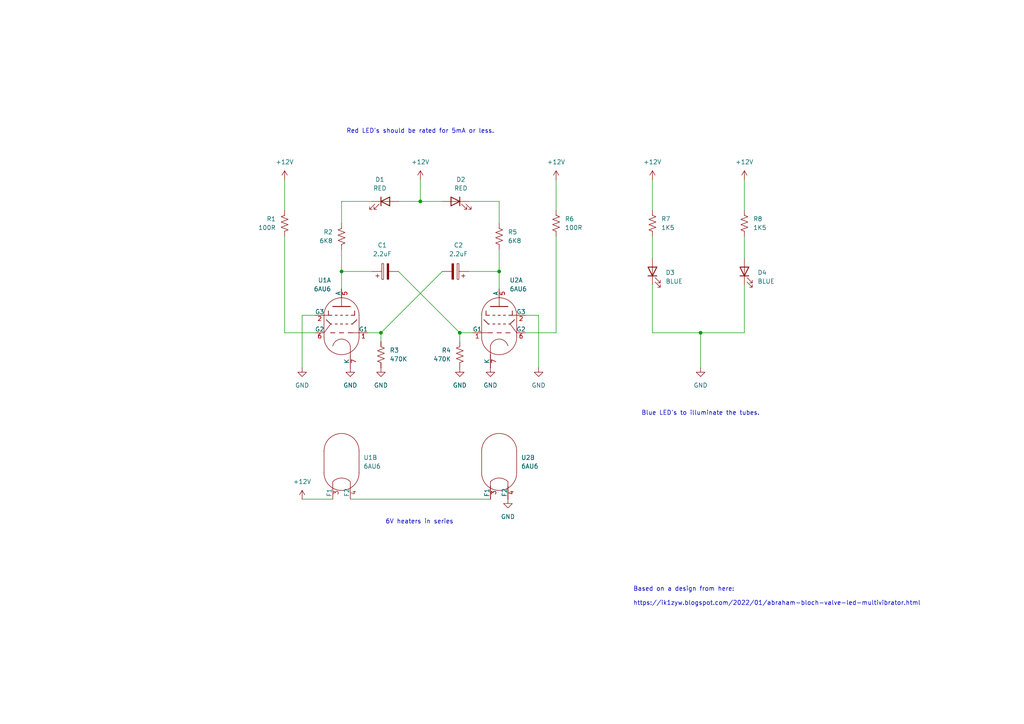
<source format=kicad_sch>
(kicad_sch (version 20231120) (generator "eeschema") (generator_version "8.0")
  (paper "A4")
  (title_block (title "Blinky Using Two 6AU6 Pentodes") (date "2025-04-27") (rev "1") (company "Rhys Weatherley"))
  (lib_symbols
    (symbol "Device:C_Polarized" (pin_numbers hide) (pin_names (offset 0.254))
      (property "Reference" "C" (at 0.635 2.54 0))
      (property "Value" "C_Polarized" (at 0.635 -2.54 0))
      (symbol "C_Polarized_0_1"
        (rectangle (start -2.286 0.508) (end 2.286 1.016))
        (polyline (pts (xy -1.778 2.286) (xy -0.762 2.286)))
        (polyline (pts (xy -1.27 2.794) (xy -1.27 1.778)))
        (rectangle (start 2.286 -0.508) (end -2.286 -1.016) (fill (type outline)))
      )
      (symbol "C_Polarized_1_1"
        (pin passive line (at 0 3.81 270) (length 2.794) (name "~") (number "1"))
        (pin passive line (at 0 -3.81 90) (length 2.794) (name "~") (number "2"))
      )
    )
    (symbol "Device:LED" (pin_numbers hide) (pin_names (offset 1.016) hide)
      (property "Reference" "D" (at 0 2.54 0))
      (property "Value" "LED" (at 0 -2.54 0))
      (symbol "LED_0_1"
        (polyline (pts (xy -1.27 -1.27) (xy -1.27 1.27)) (stroke (width 0.254)))
        (polyline (pts (xy -1.27 0) (xy 1.27 0)))
        (polyline (pts (xy 1.27 -1.27) (xy 1.27 1.27) (xy -1.27 0) (xy 1.27 -1.27)) (stroke (width 0.254)))
        (polyline (pts (xy -3.048 -0.762) (xy -4.572 -2.286) (xy -3.81 -2.286) (xy -4.572 -2.286) (xy -4.572 -1.524)))
        (polyline (pts (xy -1.778 -0.762) (xy -3.302 -2.286) (xy -2.54 -2.286) (xy -3.302 -2.286) (xy -3.302 -1.524)))
      )
      (symbol "LED_1_1"
        (pin passive line (at -3.81 0 0) (length 2.54) (name "K") (number "1"))
        (pin passive line (at 3.81 0 180) (length 2.54) (name "A") (number "2"))
      )
    )
    (symbol "Device:R_US" (pin_numbers hide) (pin_names (offset 0))
      (property "Reference" "R" (at 2.54 0 90))
      (property "Value" "R_US" (at -2.54 0 90))
      (symbol "R_US_0_1"
        (polyline (pts (xy 0 -2.286) (xy 0 -2.54)))
        (polyline (pts (xy 0 2.286) (xy 0 2.54)))
        (polyline (pts (xy 0 -0.762) (xy 1.016 -1.143) (xy 0 -1.524) (xy -1.016 -1.905) (xy 0 -2.286)))
        (polyline (pts (xy 0 0.762) (xy 1.016 0.381) (xy 0 0) (xy -1.016 -0.381) (xy 0 -0.762)))
        (polyline (pts (xy 0 2.286) (xy 1.016 1.905) (xy 0 1.524) (xy -1.016 1.143) (xy 0 0.762)))
      )
      (symbol "R_US_1_1"
        (pin passive line (at 0 3.81 270) (length 1.27) (name "~") (number "1"))
        (pin passive line (at 0 -3.81 90) (length 1.27) (name "~") (number "2"))
      )
    )
    (symbol "Valves:6AU6" (pin_names (offset 0))
      (property "Reference" "U" (at 5.08 8.89 0))
      (property "Value" "6AU6" (at 6.35 -7.62 0))
      (symbol "6AU6_0_1"
        (arc (start -5.08 -2.54) (mid 0 -7.5979) (end 5.08 -2.54))
        (polyline (pts (xy -5.08 3.81) (xy -5.08 -2.54) (xy -5.08 -2.54)))
        (polyline (pts (xy 5.08 3.81) (xy 5.08 -2.54) (xy 5.08 -2.54)))
        (arc (start 5.08 3.81) (mid 0 8.8679) (end -5.08 3.81))
      )
      (symbol "6AU6_1_0"
        (polyline (pts (xy -2.54 -5.08) (xy -2.54 -7.62)))
      )
      (symbol "6AU6_1_1"
        (polyline (pts (xy -5.08 -1.27) (xy -3.175 -1.27)))
        (polyline (pts (xy -4.445 2.54) (xy -3.175 1.27)) (stroke (width 0.2032)))
        (polyline (pts (xy -3.81 3.81) (xy -2.794 3.81)) (stroke (width 0.2032)))
        (polyline (pts (xy -3.81 5.08) (xy -3.81 3.81)) (stroke (width 0.2032)))
        (polyline (pts (xy -3.175 1.27) (xy -2.794 1.27)) (stroke (width 0.2032)))
        (polyline (pts (xy -1.905 -1.27) (xy -3.175 -1.27)) (stroke (width 0.2032)))
        (polyline (pts (xy -1.8542 1.27) (xy -1.2192 1.27)) (stroke (width 0.2032)))
        (polyline (pts (xy -1.8542 3.81) (xy -1.2192 3.81)) (stroke (width 0.2032)))
        (polyline (pts (xy -0.635 -1.27) (xy 0.635 -1.27)) (stroke (width 0.2032)))
        (polyline (pts (xy -0.3302 1.27) (xy 0.3302 1.27)) (stroke (width 0.2032)))
        (polyline (pts (xy -0.3302 3.81) (xy 0.3302 3.81)) (stroke (width 0.2032)))
        (polyline (pts (xy 0 6.35) (xy 0 8.89)))
        (polyline (pts (xy 1.2192 1.27) (xy 1.8542 1.27)) (stroke (width 0.2032)))
        (polyline (pts (xy 1.2192 3.81) (xy 1.8542 3.81)) (stroke (width 0.2032)))
        (polyline (pts (xy 1.905 -1.27) (xy 3.175 -1.27)) (stroke (width 0.2032)))
        (polyline (pts (xy 2.794 1.27) (xy 3.175 1.27)) (stroke (width 0.2032)))
        (polyline (pts (xy 3.175 1.27) (xy 5.08 -1.27)))
        (polyline (pts (xy 3.81 3.81) (xy 2.794 3.81)) (stroke (width 0.2032)))
        (polyline (pts (xy 3.81 5.08) (xy 3.81 3.81)) (stroke (width 0.2032)))
        (polyline (pts (xy 3.8862 3.81) (xy 5.08 3.81)))
        (polyline (pts (xy 4.445 2.54) (xy 3.175 1.27)) (stroke (width 0.2032)))
        (polyline (pts (xy -2.54 6.35) (xy 2.54 6.35) (xy 2.54 6.35) (xy 2.54 6.35)) (stroke (width 0.254)))
        (arc (start 2.54 -5.08) (mid 0 -3.0968) (end -2.54 -5.08))
        (pin input line (at -7.62 -1.27 0) (length 2.54) (name "G1") (number "1"))
        (pin input line (at 7.62 3.81 180) (length 2.54) (name "G3") (number "2"))
        (pin output line (at 0 11.43 270) (length 2.54) (name "A") (number "5"))
        (pin input line (at 7.62 -1.27 180) (length 2.54) (name "G2") (number "6"))
        (pin power_in line (at -2.54 -11.43 90) (length 3.81) (name "K") (number "7"))
      )
      (symbol "6AU6_2_1"
        (polyline (pts (xy -2.54 -6.35) (xy -2.54 -5.08) (xy -2.54 -5.08)))
        (polyline (pts (xy 2.54 -6.35) (xy 2.54 -5.08) (xy 2.54 -5.08)))
        (arc (start 2.54 -5.08) (mid 0 -4.0279) (end -2.54 -5.08))
        (pin power_in line (at -2.54 -10.16 90) (length 3.81) (name "F1") (number "3"))
        (pin power_in line (at 2.54 -10.16 90) (length 3.81) (name "F2") (number "4"))
      )
    )
    (symbol "power:+12V" (power) (pin_numbers hide) (pin_names (offset 0) hide)
      (property "Value" "+12V" (at 0 3.556 0))
      (symbol "+12V_0_1"
        (polyline (pts (xy -0.762 1.27) (xy 0 2.54)))
        (polyline (pts (xy 0 0) (xy 0 2.54)))
        (polyline (pts (xy 0 2.54) (xy 0.762 1.27)))
      )
      (symbol "+12V_1_1"
        (pin power_in line (at 0 0 90) (length 0) (name "~") (number "1"))
      )
    )
    (symbol "power:GND" (power) (pin_numbers hide) (pin_names (offset 0) hide)
      (property "Value" "GND" (at 0 -3.81 0))
      (symbol "GND_0_1"
        (polyline (pts (xy 0 0) (xy 0 -1.27) (xy 1.27 -1.27) (xy 0 -2.54) (xy -1.27 -1.27) (xy 0 -1.27)))
      )
      (symbol "GND_1_1"
        (pin power_in line (at 0 0 270) (length 0) (name "~") (number "1"))
      )
    )
  )
  (junction (at 133.35 96.52))
  (junction (at 144.78 78.74))
  (junction (at 99.06 78.74))
  (junction (at 203.2 96.52))
  (junction (at 121.92 58.42))
  (junction (at 110.49 96.52))
  (wire (pts (xy 133.35 96.52) (xy 133.35 99.06)))
  (wire (pts (xy 82.55 52.07) (xy 82.55 60.96)))
  (wire (pts (xy 99.06 72.39) (xy 99.06 78.74)))
  (wire (pts (xy 203.2 96.52) (xy 215.9 96.52)))
  (wire (pts (xy 99.06 78.74) (xy 99.06 83.82)))
  (wire (pts (xy 133.35 96.52) (xy 137.16 96.52)))
  (wire (pts (xy 106.68 96.52) (xy 110.49 96.52)))
  (wire (pts (xy 135.89 58.42) (xy 144.78 58.42)))
  (wire (pts (xy 161.29 52.07) (xy 161.29 60.96)))
  (wire (pts (xy 215.9 96.52) (xy 215.9 82.55)))
  (wire (pts (xy 101.6 144.78) (xy 142.24 144.78)))
  (wire (pts (xy 161.29 96.52) (xy 161.29 68.58)))
  (wire (pts (xy 115.57 78.74) (xy 133.35 96.52)))
  (wire (pts (xy 189.23 52.07) (xy 189.23 60.96)))
  (wire (pts (xy 115.57 58.42) (xy 121.92 58.42)))
  (wire (pts (xy 215.9 68.58) (xy 215.9 74.93)))
  (wire (pts (xy 82.55 96.52) (xy 82.55 68.58)))
  (wire (pts (xy 156.21 106.68) (xy 156.21 91.44)))
  (wire (pts (xy 152.4 96.52) (xy 161.29 96.52)))
  (wire (pts (xy 99.06 78.74) (xy 107.95 78.74)))
  (wire (pts (xy 215.9 52.07) (xy 215.9 60.96)))
  (wire (pts (xy 135.89 78.74) (xy 144.78 78.74)))
  (wire (pts (xy 189.23 96.52) (xy 203.2 96.52)))
  (wire (pts (xy 99.06 58.42) (xy 107.95 58.42)))
  (wire (pts (xy 156.21 91.44) (xy 152.4 91.44)))
  (wire (pts (xy 144.78 78.74) (xy 144.78 83.82)))
  (wire (pts (xy 121.92 52.07) (xy 121.92 58.42)))
  (wire (pts (xy 189.23 68.58) (xy 189.23 74.93)))
  (wire (pts (xy 87.63 144.78) (xy 96.52 144.78)))
  (wire (pts (xy 144.78 72.39) (xy 144.78 78.74)))
  (wire (pts (xy 189.23 82.55) (xy 189.23 96.52)))
  (wire (pts (xy 99.06 58.42) (xy 99.06 64.77)))
  (wire (pts (xy 121.92 58.42) (xy 128.27 58.42)))
  (wire (pts (xy 144.78 58.42) (xy 144.78 64.77)))
  (wire (pts (xy 203.2 96.52) (xy 203.2 106.68)))
  (wire (pts (xy 110.49 96.52) (xy 128.27 78.74)))
  (wire (pts (xy 87.63 91.44) (xy 91.44 91.44)))
  (wire (pts (xy 82.55 96.52) (xy 91.44 96.52)))
  (wire (pts (xy 87.63 106.68) (xy 87.63 91.44)))
  (wire (pts (xy 110.49 96.52) (xy 110.49 99.06)))
  (text "Based on a design from here:\n\nhttps://ik1zyw.blogspot.com/2022/01/abraham-bloch-valve-led-multivibrator.html" (at 183.642 172.974 0) (effects (font (size 1.27 1.27)) (justify left)))
  (text "Red LED's should be rated for 5mA or less." (at 121.92 38.1 0) (effects (font (size 1.27 1.27))))
  (text "Blue LED's to illuminate the tubes." (at 203.2 119.888 0) (effects (font (size 1.27 1.27))))
  (text "6V heaters in series" (at 121.666 151.384 0) (effects (font (size 1.27 1.27))))
  (symbol (lib_id "Device:C_Polarized") (at 111.76 78.74 90) (unit 1)
    (property "Reference" "C1" (at 110.871 71.12 90))
    (property "Value" "2.2uF" (at 110.871 73.66 90))
    (property "Description" "Polarized capacitor" (effects (hide yes)))
  )
  (symbol (lib_id "Device:C_Polarized") (at 132.08 78.74 270) (mirror x) (unit 1)
    (property "Reference" "C2" (at 132.969 71.12 90))
    (property "Value" "2.2uF" (at 132.969 73.66 90))
    (property "Description" "Polarized capacitor" (effects (hide yes)))
  )
  (symbol (lib_id "Device:R_US") (at 110.49 102.87 0) (unit 1)
    (property "Reference" "R3" (at 113.03 101.5999 0) (effects (justify left)))
    (property "Value" "470K" (at 113.03 104.1399 0) (effects (justify left)))
    (property "Description" "Resistor, US symbol" (effects (hide yes)))
  )
  (symbol (lib_id "Device:LED") (at 111.76 58.42 0) (unit 1)
    (property "Reference" "D1" (at 110.1725 52.07 0))
    (property "Value" "RED" (at 110.1725 54.61 0))
    (property "Description" "Light emitting diode" (effects (hide yes)))
  )
  (symbol (lib_id "Valves:6AU6") (at 144.78 95.25 0) (unit 1)
    (property "Reference" "U2" (at 147.7965 81.28 0) (effects (justify left)))
    (property "Value" "6AU6" (at 147.7965 83.82 0) (effects (justify left)))
    (property "Footprint" "Valve:Valve_Mini_P" (effects (hide yes)))
    (property "Datasheet" "http://www.r-type.org/pdfs/el34.pdf" (effects (hide yes)))
    (property "Description" "pentode, 25W" (effects (hide yes)))
  )
  (symbol (lib_id "Device:R_US") (at 161.29 64.77 0) (unit 1)
    (property "Reference" "R6" (at 163.83 63.4999 0) (effects (justify left)))
    (property "Value" "100R" (at 163.83 66.0399 0) (effects (justify left)))
    (property "Description" "Resistor, US symbol" (effects (hide yes)))
  )
  (symbol (lib_id "Valves:6AU6") (at 99.06 95.25 0) (mirror y) (unit 1)
    (property "Reference" "U1" (at 96.0435 81.28 0) (effects (justify left)))
    (property "Value" "6AU6" (at 96.0435 83.82 0) (effects (justify left)))
    (property "Footprint" "Valve:Valve_Mini_P" (effects (hide yes)))
    (property "Datasheet" "http://www.r-type.org/pdfs/el34.pdf" (effects (hide yes)))
    (property "Description" "pentode, 25W" (effects (hide yes)))
  )
  (symbol (lib_id "power:+12V") (at 121.92 52.07 0) (unit 1)
    (property "Reference" "#PWR6" (effects (hide yes)))
    (property "Value" "+12V" (at 121.92 46.99 0))
    (property "Description" "Power symbol creates a global label with name \"+12V\"" (effects (hide yes)))
  )
  (symbol (lib_id "Device:R_US") (at 144.78 68.58 0) (unit 1)
    (property "Reference" "R5" (at 147.32 67.3099 0) (effects (justify left)))
    (property "Value" "6K8" (at 147.32 69.8499 0) (effects (justify left)))
    (property "Description" "Resistor, US symbol" (effects (hide yes)))
  )
  (symbol (lib_id "power:GND") (at 142.24 106.68 0) (unit 1)
    (property "Reference" "#PWR8" (effects (hide yes)))
    (property "Value" "GND" (at 142.24 111.76 0))
    (property "Description" "Power symbol creates a global label with name \"GND\" , ground" (effects (hide yes)))
  )
  (symbol (lib_id "power:GND") (at 133.35 106.68 0) (unit 1)
    (property "Reference" "#PWR7" (effects (hide yes)))
    (property "Value" "GND" (at 133.35 111.76 0))
    (property "Description" "Power symbol creates a global label with name \"GND\" , ground" (effects (hide yes)))
  )
  (symbol (lib_id "power:GND") (at 101.6 106.68 0) (unit 1)
    (property "Reference" "#PWR4" (effects (hide yes)))
    (property "Value" "GND" (at 101.6 111.76 0))
    (property "Description" "Power symbol creates a global label with name \"GND\" , ground" (effects (hide yes)))
  )
  (symbol (lib_id "Device:R_US") (at 99.06 68.58 0) (mirror y) (unit 1)
    (property "Reference" "R2" (at 96.52 67.3099 0) (effects (justify left)))
    (property "Value" "6K8" (at 96.52 69.8499 0) (effects (justify left)))
    (property "Description" "Resistor, US symbol" (effects (hide yes)))
  )
  (symbol (lib_id "Valves:6AU6") (at 99.06 134.62 0) (unit 2)
    (property "Reference" "U1" (at 105.41 132.7149 0) (effects (justify left)))
    (property "Value" "6AU6" (at 105.41 135.2549 0) (effects (justify left)))
    (property "Footprint" "Valve:Valve_Mini_P" (effects (hide yes)))
    (property "Datasheet" "http://www.r-type.org/pdfs/el34.pdf" (effects (hide yes)))
    (property "Description" "pentode, 25W" (effects (hide yes)))
  )
  (symbol (lib_id "Device:R_US") (at 189.23 64.77 0) (unit 1)
    (property "Reference" "R7" (at 191.77 63.4999 0) (effects (justify left)))
    (property "Value" "1K5" (at 191.77 66.0399 0) (effects (justify left)))
    (property "Description" "Resistor, US symbol" (effects (hide yes)))
  )
  (symbol (lib_id "Device:LED") (at 189.23 78.74 90) (unit 1)
    (property "Reference" "D3" (at 193.04 79.0574 90) (effects (justify right)))
    (property "Value" "BLUE" (at 193.04 81.5974 90) (effects (justify right)))
    (property "Description" "Light emitting diode" (effects (hide yes)))
  )
  (symbol (lib_id "power:GND") (at 87.63 106.68 0) (unit 1)
    (property "Reference" "#PWR2" (effects (hide yes)))
    (property "Value" "GND" (at 87.63 111.76 0))
    (property "Description" "Power symbol creates a global label with name \"GND\" , ground" (effects (hide yes)))
  )
  (symbol (lib_id "power:+12V") (at 87.63 144.78 0) (unit 1)
    (property "Reference" "#PWR3" (effects (hide yes)))
    (property "Value" "+12V" (at 87.63 139.7 0))
    (property "Description" "Power symbol creates a global label with name \"+12V\"" (effects (hide yes)))
  )
  (symbol (lib_id "Valves:6AU6") (at 144.78 134.62 0) (unit 2)
    (property "Reference" "U2" (at 151.13 132.7149 0) (effects (justify left)))
    (property "Value" "6AU6" (at 151.13 135.2549 0) (effects (justify left)))
    (property "Footprint" "Valve:Valve_Mini_P" (effects (hide yes)))
    (property "Datasheet" "http://www.r-type.org/pdfs/el34.pdf" (effects (hide yes)))
    (property "Description" "pentode, 25W" (effects (hide yes)))
  )
  (symbol (lib_id "power:GND") (at 203.2 106.68 0) (unit 1)
    (property "Reference" "#PWR14" (effects (hide yes)))
    (property "Value" "GND" (at 203.2 111.76 0))
    (property "Description" "Power symbol creates a global label with name \"GND\" , ground" (effects (hide yes)))
  )
  (symbol (lib_id "power:+12V") (at 82.55 52.07 0) (unit 1)
    (property "Reference" "#PWR1" (effects (hide yes)))
    (property "Value" "+12V" (at 82.55 46.99 0))
    (property "Description" "Power symbol creates a global label with name \"+12V\"" (effects (hide yes)))
  )
  (symbol (lib_id "Device:R_US") (at 215.9 64.77 0) (unit 1)
    (property "Reference" "R8" (at 218.44 63.4999 0) (effects (justify left)))
    (property "Value" "1K5" (at 218.44 66.0399 0) (effects (justify left)))
    (property "Description" "Resistor, US symbol" (effects (hide yes)))
  )
  (symbol (lib_id "Device:LED") (at 215.9 78.74 90) (unit 1)
    (property "Reference" "D4" (at 219.71 79.0574 90) (effects (justify right)))
    (property "Value" "BLUE" (at 219.71 81.5974 90) (effects (justify right)))
    (property "Description" "Light emitting diode" (effects (hide yes)))
  )
  (symbol (lib_id "Device:R_US") (at 82.55 64.77 0) (mirror y) (unit 1)
    (property "Reference" "R1" (at 80.01 63.4999 0) (effects (justify left)))
    (property "Value" "100R" (at 80.01 66.0399 0) (effects (justify left)))
    (property "Description" "Resistor, US symbol" (effects (hide yes)))
  )
  (symbol (lib_id "power:GND") (at 156.21 106.68 0) (unit 1)
    (property "Reference" "#PWR10" (effects (hide yes)))
    (property "Value" "GND" (at 156.21 111.76 0))
    (property "Description" "Power symbol creates a global label with name \"GND\" , ground" (effects (hide yes)))
  )
  (symbol (lib_id "Device:LED") (at 132.08 58.42 0) (mirror y) (unit 1)
    (property "Reference" "D2" (at 133.6675 52.07 0))
    (property "Value" "RED" (at 133.6675 54.61 0))
    (property "Description" "Light emitting diode" (effects (hide yes)))
  )
  (symbol (lib_id "Device:R_US") (at 133.35 102.87 0) (mirror y) (unit 1)
    (property "Reference" "R4" (at 130.81 101.5999 0) (effects (justify left)))
    (property "Value" "470K" (at 130.81 104.1399 0) (effects (justify left)))
    (property "Description" "Resistor, US symbol" (effects (hide yes)))
  )
  (symbol (lib_id "power:GND") (at 110.49 106.68 0) (unit 1)
    (property "Reference" "#PWR5" (effects (hide yes)))
    (property "Value" "GND" (at 110.49 111.76 0))
    (property "Description" "Power symbol creates a global label with name \"GND\" , ground" (effects (hide yes)))
  )
  (symbol (lib_id "power:+12V") (at 161.29 52.07 0) (unit 1)
    (property "Reference" "#PWR11" (effects (hide yes)))
    (property "Value" "+12V" (at 161.29 46.99 0))
    (property "Description" "Power symbol creates a global label with name \"+12V\"" (effects (hide yes)))
  )
  (symbol (lib_id "power:+12V") (at 189.23 52.07 0) (unit 1)
    (property "Reference" "#PWR12" (effects (hide yes)))
    (property "Value" "+12V" (at 189.23 46.99 0))
    (property "Description" "Power symbol creates a global label with name \"+12V\"" (effects (hide yes)))
  )
  (symbol (lib_id "power:+12V") (at 215.9 52.07 0) (unit 1)
    (property "Reference" "#PWR13" (effects (hide yes)))
    (property "Value" "+12V" (at 215.9 46.99 0))
    (property "Description" "Power symbol creates a global label with name \"+12V\"" (effects (hide yes)))
  )
  (symbol (lib_id "power:GND") (at 147.32 144.78 0) (unit 1)
    (property "Reference" "#PWR9" (effects (hide yes)))
    (property "Value" "GND" (at 147.32 149.86 0))
    (property "Description" "Power symbol creates a global label with name \"GND\" , ground" (effects (hide yes)))
  )
)
</source>
